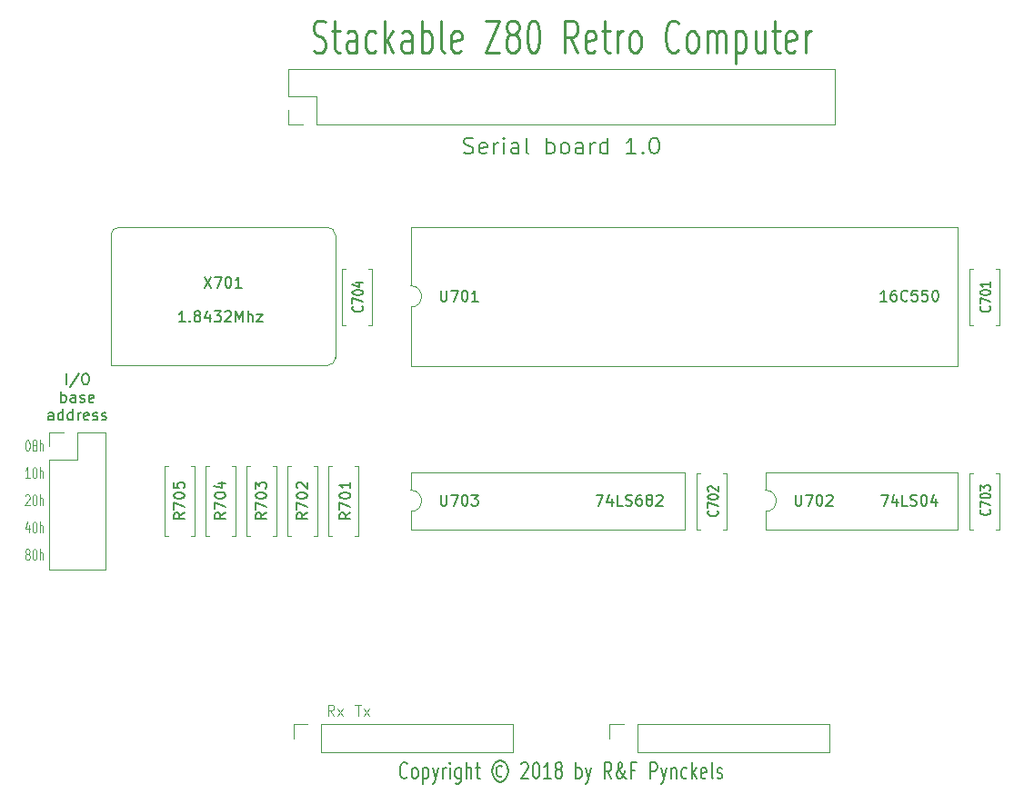
<source format=gto>
%TF.GenerationSoftware,KiCad,Pcbnew,(5.0.0)*%
%TF.CreationDate,2018-10-23T17:27:05+02:00*%
%TF.ProjectId,S80 Serial,5338302053657269616C2E6B69636164,1.0*%
%TF.SameCoordinates,Original*%
%TF.FileFunction,Legend,Top*%
%TF.FilePolarity,Positive*%
%FSLAX46Y46*%
G04 Gerber Fmt 4.6, Leading zero omitted, Abs format (unit mm)*
G04 Created by KiCad (PCBNEW (5.0.0)) date 10/23/18 17:27:05*
%MOMM*%
%LPD*%
G01*
G04 APERTURE LIST*
%ADD10C,0.150000*%
%ADD11C,0.100000*%
%ADD12C,0.250000*%
%ADD13C,0.120000*%
G04 APERTURE END LIST*
D10*
X140788571Y-80617142D02*
X141002857Y-80688571D01*
X141360000Y-80688571D01*
X141502857Y-80617142D01*
X141574285Y-80545714D01*
X141645714Y-80402857D01*
X141645714Y-80260000D01*
X141574285Y-80117142D01*
X141502857Y-80045714D01*
X141360000Y-79974285D01*
X141074285Y-79902857D01*
X140931428Y-79831428D01*
X140860000Y-79760000D01*
X140788571Y-79617142D01*
X140788571Y-79474285D01*
X140860000Y-79331428D01*
X140931428Y-79260000D01*
X141074285Y-79188571D01*
X141431428Y-79188571D01*
X141645714Y-79260000D01*
X142860000Y-80617142D02*
X142717142Y-80688571D01*
X142431428Y-80688571D01*
X142288571Y-80617142D01*
X142217142Y-80474285D01*
X142217142Y-79902857D01*
X142288571Y-79760000D01*
X142431428Y-79688571D01*
X142717142Y-79688571D01*
X142860000Y-79760000D01*
X142931428Y-79902857D01*
X142931428Y-80045714D01*
X142217142Y-80188571D01*
X143574285Y-80688571D02*
X143574285Y-79688571D01*
X143574285Y-79974285D02*
X143645714Y-79831428D01*
X143717142Y-79760000D01*
X143860000Y-79688571D01*
X144002857Y-79688571D01*
X144502857Y-80688571D02*
X144502857Y-79688571D01*
X144502857Y-79188571D02*
X144431428Y-79260000D01*
X144502857Y-79331428D01*
X144574285Y-79260000D01*
X144502857Y-79188571D01*
X144502857Y-79331428D01*
X145860000Y-80688571D02*
X145860000Y-79902857D01*
X145788571Y-79760000D01*
X145645714Y-79688571D01*
X145360000Y-79688571D01*
X145217142Y-79760000D01*
X145860000Y-80617142D02*
X145717142Y-80688571D01*
X145360000Y-80688571D01*
X145217142Y-80617142D01*
X145145714Y-80474285D01*
X145145714Y-80331428D01*
X145217142Y-80188571D01*
X145360000Y-80117142D01*
X145717142Y-80117142D01*
X145860000Y-80045714D01*
X146788571Y-80688571D02*
X146645714Y-80617142D01*
X146574285Y-80474285D01*
X146574285Y-79188571D01*
X148502857Y-80688571D02*
X148502857Y-79188571D01*
X148502857Y-79760000D02*
X148645714Y-79688571D01*
X148931428Y-79688571D01*
X149074285Y-79760000D01*
X149145714Y-79831428D01*
X149217142Y-79974285D01*
X149217142Y-80402857D01*
X149145714Y-80545714D01*
X149074285Y-80617142D01*
X148931428Y-80688571D01*
X148645714Y-80688571D01*
X148502857Y-80617142D01*
X150074285Y-80688571D02*
X149931428Y-80617142D01*
X149860000Y-80545714D01*
X149788571Y-80402857D01*
X149788571Y-79974285D01*
X149860000Y-79831428D01*
X149931428Y-79760000D01*
X150074285Y-79688571D01*
X150288571Y-79688571D01*
X150431428Y-79760000D01*
X150502857Y-79831428D01*
X150574285Y-79974285D01*
X150574285Y-80402857D01*
X150502857Y-80545714D01*
X150431428Y-80617142D01*
X150288571Y-80688571D01*
X150074285Y-80688571D01*
X151860000Y-80688571D02*
X151860000Y-79902857D01*
X151788571Y-79760000D01*
X151645714Y-79688571D01*
X151360000Y-79688571D01*
X151217142Y-79760000D01*
X151860000Y-80617142D02*
X151717142Y-80688571D01*
X151360000Y-80688571D01*
X151217142Y-80617142D01*
X151145714Y-80474285D01*
X151145714Y-80331428D01*
X151217142Y-80188571D01*
X151360000Y-80117142D01*
X151717142Y-80117142D01*
X151860000Y-80045714D01*
X152574285Y-80688571D02*
X152574285Y-79688571D01*
X152574285Y-79974285D02*
X152645714Y-79831428D01*
X152717142Y-79760000D01*
X152860000Y-79688571D01*
X153002857Y-79688571D01*
X154145714Y-80688571D02*
X154145714Y-79188571D01*
X154145714Y-80617142D02*
X154002857Y-80688571D01*
X153717142Y-80688571D01*
X153574285Y-80617142D01*
X153502857Y-80545714D01*
X153431428Y-80402857D01*
X153431428Y-79974285D01*
X153502857Y-79831428D01*
X153574285Y-79760000D01*
X153717142Y-79688571D01*
X154002857Y-79688571D01*
X154145714Y-79760000D01*
X156788571Y-80688571D02*
X155931428Y-80688571D01*
X156360000Y-80688571D02*
X156360000Y-79188571D01*
X156217142Y-79402857D01*
X156074285Y-79545714D01*
X155931428Y-79617142D01*
X157431428Y-80545714D02*
X157502857Y-80617142D01*
X157431428Y-80688571D01*
X157360000Y-80617142D01*
X157431428Y-80545714D01*
X157431428Y-80688571D01*
X158431428Y-79188571D02*
X158574285Y-79188571D01*
X158717142Y-79260000D01*
X158788571Y-79331428D01*
X158860000Y-79474285D01*
X158931428Y-79760000D01*
X158931428Y-80117142D01*
X158860000Y-80402857D01*
X158788571Y-80545714D01*
X158717142Y-80617142D01*
X158574285Y-80688571D01*
X158431428Y-80688571D01*
X158288571Y-80617142D01*
X158217142Y-80545714D01*
X158145714Y-80402857D01*
X158074285Y-80117142D01*
X158074285Y-79760000D01*
X158145714Y-79474285D01*
X158217142Y-79331428D01*
X158288571Y-79260000D01*
X158431428Y-79188571D01*
X103732380Y-102182380D02*
X103732380Y-101182380D01*
X104922857Y-101134761D02*
X104065714Y-102420476D01*
X105446666Y-101182380D02*
X105637142Y-101182380D01*
X105732380Y-101230000D01*
X105827619Y-101325238D01*
X105875238Y-101515714D01*
X105875238Y-101849047D01*
X105827619Y-102039523D01*
X105732380Y-102134761D01*
X105637142Y-102182380D01*
X105446666Y-102182380D01*
X105351428Y-102134761D01*
X105256190Y-102039523D01*
X105208571Y-101849047D01*
X105208571Y-101515714D01*
X105256190Y-101325238D01*
X105351428Y-101230000D01*
X105446666Y-101182380D01*
X103280000Y-103832380D02*
X103280000Y-102832380D01*
X103280000Y-103213333D02*
X103375238Y-103165714D01*
X103565714Y-103165714D01*
X103660952Y-103213333D01*
X103708571Y-103260952D01*
X103756190Y-103356190D01*
X103756190Y-103641904D01*
X103708571Y-103737142D01*
X103660952Y-103784761D01*
X103565714Y-103832380D01*
X103375238Y-103832380D01*
X103280000Y-103784761D01*
X104613333Y-103832380D02*
X104613333Y-103308571D01*
X104565714Y-103213333D01*
X104470476Y-103165714D01*
X104280000Y-103165714D01*
X104184761Y-103213333D01*
X104613333Y-103784761D02*
X104518095Y-103832380D01*
X104280000Y-103832380D01*
X104184761Y-103784761D01*
X104137142Y-103689523D01*
X104137142Y-103594285D01*
X104184761Y-103499047D01*
X104280000Y-103451428D01*
X104518095Y-103451428D01*
X104613333Y-103403809D01*
X105041904Y-103784761D02*
X105137142Y-103832380D01*
X105327619Y-103832380D01*
X105422857Y-103784761D01*
X105470476Y-103689523D01*
X105470476Y-103641904D01*
X105422857Y-103546666D01*
X105327619Y-103499047D01*
X105184761Y-103499047D01*
X105089523Y-103451428D01*
X105041904Y-103356190D01*
X105041904Y-103308571D01*
X105089523Y-103213333D01*
X105184761Y-103165714D01*
X105327619Y-103165714D01*
X105422857Y-103213333D01*
X106280000Y-103784761D02*
X106184761Y-103832380D01*
X105994285Y-103832380D01*
X105899047Y-103784761D01*
X105851428Y-103689523D01*
X105851428Y-103308571D01*
X105899047Y-103213333D01*
X105994285Y-103165714D01*
X106184761Y-103165714D01*
X106280000Y-103213333D01*
X106327619Y-103308571D01*
X106327619Y-103403809D01*
X105851428Y-103499047D01*
X102541904Y-105482380D02*
X102541904Y-104958571D01*
X102494285Y-104863333D01*
X102399047Y-104815714D01*
X102208571Y-104815714D01*
X102113333Y-104863333D01*
X102541904Y-105434761D02*
X102446666Y-105482380D01*
X102208571Y-105482380D01*
X102113333Y-105434761D01*
X102065714Y-105339523D01*
X102065714Y-105244285D01*
X102113333Y-105149047D01*
X102208571Y-105101428D01*
X102446666Y-105101428D01*
X102541904Y-105053809D01*
X103446666Y-105482380D02*
X103446666Y-104482380D01*
X103446666Y-105434761D02*
X103351428Y-105482380D01*
X103160952Y-105482380D01*
X103065714Y-105434761D01*
X103018095Y-105387142D01*
X102970476Y-105291904D01*
X102970476Y-105006190D01*
X103018095Y-104910952D01*
X103065714Y-104863333D01*
X103160952Y-104815714D01*
X103351428Y-104815714D01*
X103446666Y-104863333D01*
X104351428Y-105482380D02*
X104351428Y-104482380D01*
X104351428Y-105434761D02*
X104256190Y-105482380D01*
X104065714Y-105482380D01*
X103970476Y-105434761D01*
X103922857Y-105387142D01*
X103875238Y-105291904D01*
X103875238Y-105006190D01*
X103922857Y-104910952D01*
X103970476Y-104863333D01*
X104065714Y-104815714D01*
X104256190Y-104815714D01*
X104351428Y-104863333D01*
X104827619Y-105482380D02*
X104827619Y-104815714D01*
X104827619Y-105006190D02*
X104875238Y-104910952D01*
X104922857Y-104863333D01*
X105018095Y-104815714D01*
X105113333Y-104815714D01*
X105827619Y-105434761D02*
X105732380Y-105482380D01*
X105541904Y-105482380D01*
X105446666Y-105434761D01*
X105399047Y-105339523D01*
X105399047Y-104958571D01*
X105446666Y-104863333D01*
X105541904Y-104815714D01*
X105732380Y-104815714D01*
X105827619Y-104863333D01*
X105875238Y-104958571D01*
X105875238Y-105053809D01*
X105399047Y-105149047D01*
X106256190Y-105434761D02*
X106351428Y-105482380D01*
X106541904Y-105482380D01*
X106637142Y-105434761D01*
X106684761Y-105339523D01*
X106684761Y-105291904D01*
X106637142Y-105196666D01*
X106541904Y-105149047D01*
X106399047Y-105149047D01*
X106303809Y-105101428D01*
X106256190Y-105006190D01*
X106256190Y-104958571D01*
X106303809Y-104863333D01*
X106399047Y-104815714D01*
X106541904Y-104815714D01*
X106637142Y-104863333D01*
X107065714Y-105434761D02*
X107160952Y-105482380D01*
X107351428Y-105482380D01*
X107446666Y-105434761D01*
X107494285Y-105339523D01*
X107494285Y-105291904D01*
X107446666Y-105196666D01*
X107351428Y-105149047D01*
X107208571Y-105149047D01*
X107113333Y-105101428D01*
X107065714Y-105006190D01*
X107065714Y-104958571D01*
X107113333Y-104863333D01*
X107208571Y-104815714D01*
X107351428Y-104815714D01*
X107446666Y-104863333D01*
D11*
X100073333Y-117960952D02*
X100006666Y-117913333D01*
X99973333Y-117865714D01*
X99940000Y-117770476D01*
X99940000Y-117722857D01*
X99973333Y-117627619D01*
X100006666Y-117580000D01*
X100073333Y-117532380D01*
X100206666Y-117532380D01*
X100273333Y-117580000D01*
X100306666Y-117627619D01*
X100340000Y-117722857D01*
X100340000Y-117770476D01*
X100306666Y-117865714D01*
X100273333Y-117913333D01*
X100206666Y-117960952D01*
X100073333Y-117960952D01*
X100006666Y-118008571D01*
X99973333Y-118056190D01*
X99940000Y-118151428D01*
X99940000Y-118341904D01*
X99973333Y-118437142D01*
X100006666Y-118484761D01*
X100073333Y-118532380D01*
X100206666Y-118532380D01*
X100273333Y-118484761D01*
X100306666Y-118437142D01*
X100340000Y-118341904D01*
X100340000Y-118151428D01*
X100306666Y-118056190D01*
X100273333Y-118008571D01*
X100206666Y-117960952D01*
X100773333Y-117532380D02*
X100840000Y-117532380D01*
X100906666Y-117580000D01*
X100940000Y-117627619D01*
X100973333Y-117722857D01*
X101006666Y-117913333D01*
X101006666Y-118151428D01*
X100973333Y-118341904D01*
X100940000Y-118437142D01*
X100906666Y-118484761D01*
X100840000Y-118532380D01*
X100773333Y-118532380D01*
X100706666Y-118484761D01*
X100673333Y-118437142D01*
X100640000Y-118341904D01*
X100606666Y-118151428D01*
X100606666Y-117913333D01*
X100640000Y-117722857D01*
X100673333Y-117627619D01*
X100706666Y-117580000D01*
X100773333Y-117532380D01*
X101306666Y-118532380D02*
X101306666Y-117532380D01*
X101606666Y-118532380D02*
X101606666Y-118008571D01*
X101573333Y-117913333D01*
X101506666Y-117865714D01*
X101406666Y-117865714D01*
X101340000Y-117913333D01*
X101306666Y-117960952D01*
X100273333Y-115325714D02*
X100273333Y-115992380D01*
X100106666Y-114944761D02*
X99940000Y-115659047D01*
X100373333Y-115659047D01*
X100773333Y-114992380D02*
X100840000Y-114992380D01*
X100906666Y-115040000D01*
X100940000Y-115087619D01*
X100973333Y-115182857D01*
X101006666Y-115373333D01*
X101006666Y-115611428D01*
X100973333Y-115801904D01*
X100940000Y-115897142D01*
X100906666Y-115944761D01*
X100840000Y-115992380D01*
X100773333Y-115992380D01*
X100706666Y-115944761D01*
X100673333Y-115897142D01*
X100640000Y-115801904D01*
X100606666Y-115611428D01*
X100606666Y-115373333D01*
X100640000Y-115182857D01*
X100673333Y-115087619D01*
X100706666Y-115040000D01*
X100773333Y-114992380D01*
X101306666Y-115992380D02*
X101306666Y-114992380D01*
X101606666Y-115992380D02*
X101606666Y-115468571D01*
X101573333Y-115373333D01*
X101506666Y-115325714D01*
X101406666Y-115325714D01*
X101340000Y-115373333D01*
X101306666Y-115420952D01*
X99940000Y-112547619D02*
X99973333Y-112500000D01*
X100040000Y-112452380D01*
X100206666Y-112452380D01*
X100273333Y-112500000D01*
X100306666Y-112547619D01*
X100340000Y-112642857D01*
X100340000Y-112738095D01*
X100306666Y-112880952D01*
X99906666Y-113452380D01*
X100340000Y-113452380D01*
X100773333Y-112452380D02*
X100840000Y-112452380D01*
X100906666Y-112500000D01*
X100940000Y-112547619D01*
X100973333Y-112642857D01*
X101006666Y-112833333D01*
X101006666Y-113071428D01*
X100973333Y-113261904D01*
X100940000Y-113357142D01*
X100906666Y-113404761D01*
X100840000Y-113452380D01*
X100773333Y-113452380D01*
X100706666Y-113404761D01*
X100673333Y-113357142D01*
X100640000Y-113261904D01*
X100606666Y-113071428D01*
X100606666Y-112833333D01*
X100640000Y-112642857D01*
X100673333Y-112547619D01*
X100706666Y-112500000D01*
X100773333Y-112452380D01*
X101306666Y-113452380D02*
X101306666Y-112452380D01*
X101606666Y-113452380D02*
X101606666Y-112928571D01*
X101573333Y-112833333D01*
X101506666Y-112785714D01*
X101406666Y-112785714D01*
X101340000Y-112833333D01*
X101306666Y-112880952D01*
X100340000Y-110912380D02*
X99940000Y-110912380D01*
X100140000Y-110912380D02*
X100140000Y-109912380D01*
X100073333Y-110055238D01*
X100006666Y-110150476D01*
X99940000Y-110198095D01*
X100773333Y-109912380D02*
X100840000Y-109912380D01*
X100906666Y-109960000D01*
X100940000Y-110007619D01*
X100973333Y-110102857D01*
X101006666Y-110293333D01*
X101006666Y-110531428D01*
X100973333Y-110721904D01*
X100940000Y-110817142D01*
X100906666Y-110864761D01*
X100840000Y-110912380D01*
X100773333Y-110912380D01*
X100706666Y-110864761D01*
X100673333Y-110817142D01*
X100640000Y-110721904D01*
X100606666Y-110531428D01*
X100606666Y-110293333D01*
X100640000Y-110102857D01*
X100673333Y-110007619D01*
X100706666Y-109960000D01*
X100773333Y-109912380D01*
X101306666Y-110912380D02*
X101306666Y-109912380D01*
X101606666Y-110912380D02*
X101606666Y-110388571D01*
X101573333Y-110293333D01*
X101506666Y-110245714D01*
X101406666Y-110245714D01*
X101340000Y-110293333D01*
X101306666Y-110340952D01*
X100106666Y-107372380D02*
X100173333Y-107372380D01*
X100240000Y-107420000D01*
X100273333Y-107467619D01*
X100306666Y-107562857D01*
X100340000Y-107753333D01*
X100340000Y-107991428D01*
X100306666Y-108181904D01*
X100273333Y-108277142D01*
X100240000Y-108324761D01*
X100173333Y-108372380D01*
X100106666Y-108372380D01*
X100040000Y-108324761D01*
X100006666Y-108277142D01*
X99973333Y-108181904D01*
X99940000Y-107991428D01*
X99940000Y-107753333D01*
X99973333Y-107562857D01*
X100006666Y-107467619D01*
X100040000Y-107420000D01*
X100106666Y-107372380D01*
X100740000Y-107800952D02*
X100673333Y-107753333D01*
X100640000Y-107705714D01*
X100606666Y-107610476D01*
X100606666Y-107562857D01*
X100640000Y-107467619D01*
X100673333Y-107420000D01*
X100740000Y-107372380D01*
X100873333Y-107372380D01*
X100940000Y-107420000D01*
X100973333Y-107467619D01*
X101006666Y-107562857D01*
X101006666Y-107610476D01*
X100973333Y-107705714D01*
X100940000Y-107753333D01*
X100873333Y-107800952D01*
X100740000Y-107800952D01*
X100673333Y-107848571D01*
X100640000Y-107896190D01*
X100606666Y-107991428D01*
X100606666Y-108181904D01*
X100640000Y-108277142D01*
X100673333Y-108324761D01*
X100740000Y-108372380D01*
X100873333Y-108372380D01*
X100940000Y-108324761D01*
X100973333Y-108277142D01*
X101006666Y-108181904D01*
X101006666Y-107991428D01*
X100973333Y-107896190D01*
X100940000Y-107848571D01*
X100873333Y-107800952D01*
X101306666Y-108372380D02*
X101306666Y-107372380D01*
X101606666Y-108372380D02*
X101606666Y-107848571D01*
X101573333Y-107753333D01*
X101506666Y-107705714D01*
X101406666Y-107705714D01*
X101340000Y-107753333D01*
X101306666Y-107800952D01*
X130627523Y-132040380D02*
X131198952Y-132040380D01*
X130913238Y-133040380D02*
X130913238Y-132040380D01*
X131437047Y-133040380D02*
X131960857Y-132373714D01*
X131437047Y-132373714D02*
X131960857Y-133040380D01*
X128682761Y-133040380D02*
X128349428Y-132564190D01*
X128111333Y-133040380D02*
X128111333Y-132040380D01*
X128492285Y-132040380D01*
X128587523Y-132088000D01*
X128635142Y-132135619D01*
X128682761Y-132230857D01*
X128682761Y-132373714D01*
X128635142Y-132468952D01*
X128587523Y-132516571D01*
X128492285Y-132564190D01*
X128111333Y-132564190D01*
X129016095Y-133040380D02*
X129539904Y-132373714D01*
X129016095Y-132373714D02*
X129539904Y-133040380D01*
D10*
X135503329Y-138782834D02*
X135450948Y-138854262D01*
X135293805Y-138925691D01*
X135189043Y-138925691D01*
X135031900Y-138854262D01*
X134927139Y-138711405D01*
X134874758Y-138568548D01*
X134822377Y-138282834D01*
X134822377Y-138068548D01*
X134874758Y-137782834D01*
X134927139Y-137639977D01*
X135031900Y-137497120D01*
X135189043Y-137425691D01*
X135293805Y-137425691D01*
X135450948Y-137497120D01*
X135503329Y-137568548D01*
X136131900Y-138925691D02*
X136027139Y-138854262D01*
X135974758Y-138782834D01*
X135922377Y-138639977D01*
X135922377Y-138211405D01*
X135974758Y-138068548D01*
X136027139Y-137997120D01*
X136131900Y-137925691D01*
X136289043Y-137925691D01*
X136393805Y-137997120D01*
X136446186Y-138068548D01*
X136498567Y-138211405D01*
X136498567Y-138639977D01*
X136446186Y-138782834D01*
X136393805Y-138854262D01*
X136289043Y-138925691D01*
X136131900Y-138925691D01*
X136969996Y-137925691D02*
X136969996Y-139425691D01*
X136969996Y-137997120D02*
X137074758Y-137925691D01*
X137284281Y-137925691D01*
X137389043Y-137997120D01*
X137441424Y-138068548D01*
X137493805Y-138211405D01*
X137493805Y-138639977D01*
X137441424Y-138782834D01*
X137389043Y-138854262D01*
X137284281Y-138925691D01*
X137074758Y-138925691D01*
X136969996Y-138854262D01*
X137860472Y-137925691D02*
X138122377Y-138925691D01*
X138384281Y-137925691D02*
X138122377Y-138925691D01*
X138017615Y-139282834D01*
X137965234Y-139354262D01*
X137860472Y-139425691D01*
X138803329Y-138925691D02*
X138803329Y-137925691D01*
X138803329Y-138211405D02*
X138855710Y-138068548D01*
X138908091Y-137997120D01*
X139012853Y-137925691D01*
X139117615Y-137925691D01*
X139484281Y-138925691D02*
X139484281Y-137925691D01*
X139484281Y-137425691D02*
X139431900Y-137497120D01*
X139484281Y-137568548D01*
X139536662Y-137497120D01*
X139484281Y-137425691D01*
X139484281Y-137568548D01*
X140479520Y-137925691D02*
X140479520Y-139139977D01*
X140427139Y-139282834D01*
X140374758Y-139354262D01*
X140269996Y-139425691D01*
X140112853Y-139425691D01*
X140008091Y-139354262D01*
X140479520Y-138854262D02*
X140374758Y-138925691D01*
X140165234Y-138925691D01*
X140060472Y-138854262D01*
X140008091Y-138782834D01*
X139955710Y-138639977D01*
X139955710Y-138211405D01*
X140008091Y-138068548D01*
X140060472Y-137997120D01*
X140165234Y-137925691D01*
X140374758Y-137925691D01*
X140479520Y-137997120D01*
X141003329Y-138925691D02*
X141003329Y-137425691D01*
X141474758Y-138925691D02*
X141474758Y-138139977D01*
X141422377Y-137997120D01*
X141317615Y-137925691D01*
X141160472Y-137925691D01*
X141055710Y-137997120D01*
X141003329Y-138068548D01*
X141841424Y-137925691D02*
X142260472Y-137925691D01*
X141998567Y-137425691D02*
X141998567Y-138711405D01*
X142050948Y-138854262D01*
X142155710Y-138925691D01*
X142260472Y-138925691D01*
X144355710Y-137782834D02*
X144250948Y-137711405D01*
X144041424Y-137711405D01*
X143936662Y-137782834D01*
X143831900Y-137925691D01*
X143779520Y-138068548D01*
X143779520Y-138354262D01*
X143831900Y-138497120D01*
X143936662Y-138639977D01*
X144041424Y-138711405D01*
X144250948Y-138711405D01*
X144355710Y-138639977D01*
X144146186Y-137211405D02*
X143884281Y-137282834D01*
X143622377Y-137497120D01*
X143465234Y-137854262D01*
X143412853Y-138211405D01*
X143465234Y-138568548D01*
X143622377Y-138925691D01*
X143884281Y-139139977D01*
X144146186Y-139211405D01*
X144408091Y-139139977D01*
X144669996Y-138925691D01*
X144827139Y-138568548D01*
X144879520Y-138211405D01*
X144827139Y-137854262D01*
X144669996Y-137497120D01*
X144408091Y-137282834D01*
X144146186Y-137211405D01*
X146136662Y-137568548D02*
X146189043Y-137497120D01*
X146293805Y-137425691D01*
X146555710Y-137425691D01*
X146660472Y-137497120D01*
X146712853Y-137568548D01*
X146765234Y-137711405D01*
X146765234Y-137854262D01*
X146712853Y-138068548D01*
X146084281Y-138925691D01*
X146765234Y-138925691D01*
X147446186Y-137425691D02*
X147550948Y-137425691D01*
X147655710Y-137497120D01*
X147708091Y-137568548D01*
X147760472Y-137711405D01*
X147812853Y-137997120D01*
X147812853Y-138354262D01*
X147760472Y-138639977D01*
X147708091Y-138782834D01*
X147655710Y-138854262D01*
X147550948Y-138925691D01*
X147446186Y-138925691D01*
X147341424Y-138854262D01*
X147289043Y-138782834D01*
X147236662Y-138639977D01*
X147184281Y-138354262D01*
X147184281Y-137997120D01*
X147236662Y-137711405D01*
X147289043Y-137568548D01*
X147341424Y-137497120D01*
X147446186Y-137425691D01*
X148860472Y-138925691D02*
X148231900Y-138925691D01*
X148546186Y-138925691D02*
X148546186Y-137425691D01*
X148441424Y-137639977D01*
X148336662Y-137782834D01*
X148231900Y-137854262D01*
X149489043Y-138068548D02*
X149384281Y-137997120D01*
X149331900Y-137925691D01*
X149279520Y-137782834D01*
X149279520Y-137711405D01*
X149331900Y-137568548D01*
X149384281Y-137497120D01*
X149489043Y-137425691D01*
X149698567Y-137425691D01*
X149803329Y-137497120D01*
X149855710Y-137568548D01*
X149908091Y-137711405D01*
X149908091Y-137782834D01*
X149855710Y-137925691D01*
X149803329Y-137997120D01*
X149698567Y-138068548D01*
X149489043Y-138068548D01*
X149384281Y-138139977D01*
X149331900Y-138211405D01*
X149279520Y-138354262D01*
X149279520Y-138639977D01*
X149331900Y-138782834D01*
X149384281Y-138854262D01*
X149489043Y-138925691D01*
X149698567Y-138925691D01*
X149803329Y-138854262D01*
X149855710Y-138782834D01*
X149908091Y-138639977D01*
X149908091Y-138354262D01*
X149855710Y-138211405D01*
X149803329Y-138139977D01*
X149698567Y-138068548D01*
X151217615Y-138925691D02*
X151217615Y-137425691D01*
X151217615Y-137997120D02*
X151322377Y-137925691D01*
X151531900Y-137925691D01*
X151636662Y-137997120D01*
X151689043Y-138068548D01*
X151741424Y-138211405D01*
X151741424Y-138639977D01*
X151689043Y-138782834D01*
X151636662Y-138854262D01*
X151531900Y-138925691D01*
X151322377Y-138925691D01*
X151217615Y-138854262D01*
X152108091Y-137925691D02*
X152369996Y-138925691D01*
X152631900Y-137925691D02*
X152369996Y-138925691D01*
X152265234Y-139282834D01*
X152212853Y-139354262D01*
X152108091Y-139425691D01*
X154517615Y-138925691D02*
X154150948Y-138211405D01*
X153889043Y-138925691D02*
X153889043Y-137425691D01*
X154308091Y-137425691D01*
X154412853Y-137497120D01*
X154465234Y-137568548D01*
X154517615Y-137711405D01*
X154517615Y-137925691D01*
X154465234Y-138068548D01*
X154412853Y-138139977D01*
X154308091Y-138211405D01*
X153889043Y-138211405D01*
X155879520Y-138925691D02*
X155827139Y-138925691D01*
X155722377Y-138854262D01*
X155565234Y-138639977D01*
X155303329Y-138211405D01*
X155198567Y-137997120D01*
X155146186Y-137782834D01*
X155146186Y-137639977D01*
X155198567Y-137497120D01*
X155303329Y-137425691D01*
X155355710Y-137425691D01*
X155460472Y-137497120D01*
X155512853Y-137639977D01*
X155512853Y-137711405D01*
X155460472Y-137854262D01*
X155408091Y-137925691D01*
X155093805Y-138211405D01*
X155041424Y-138282834D01*
X154989043Y-138425691D01*
X154989043Y-138639977D01*
X155041424Y-138782834D01*
X155093805Y-138854262D01*
X155198567Y-138925691D01*
X155355710Y-138925691D01*
X155460472Y-138854262D01*
X155512853Y-138782834D01*
X155669996Y-138497120D01*
X155722377Y-138282834D01*
X155722377Y-138139977D01*
X156717615Y-138139977D02*
X156350948Y-138139977D01*
X156350948Y-138925691D02*
X156350948Y-137425691D01*
X156874758Y-137425691D01*
X158131900Y-138925691D02*
X158131900Y-137425691D01*
X158550948Y-137425691D01*
X158655710Y-137497120D01*
X158708091Y-137568548D01*
X158760472Y-137711405D01*
X158760472Y-137925691D01*
X158708091Y-138068548D01*
X158655710Y-138139977D01*
X158550948Y-138211405D01*
X158131900Y-138211405D01*
X159127139Y-137925691D02*
X159389043Y-138925691D01*
X159650948Y-137925691D02*
X159389043Y-138925691D01*
X159284281Y-139282834D01*
X159231900Y-139354262D01*
X159127139Y-139425691D01*
X160069996Y-137925691D02*
X160069996Y-138925691D01*
X160069996Y-138068548D02*
X160122377Y-137997120D01*
X160227139Y-137925691D01*
X160384281Y-137925691D01*
X160489043Y-137997120D01*
X160541424Y-138139977D01*
X160541424Y-138925691D01*
X161536662Y-138854262D02*
X161431900Y-138925691D01*
X161222377Y-138925691D01*
X161117615Y-138854262D01*
X161065234Y-138782834D01*
X161012853Y-138639977D01*
X161012853Y-138211405D01*
X161065234Y-138068548D01*
X161117615Y-137997120D01*
X161222377Y-137925691D01*
X161431900Y-137925691D01*
X161536662Y-137997120D01*
X162008091Y-138925691D02*
X162008091Y-137425691D01*
X162112853Y-138354262D02*
X162427139Y-138925691D01*
X162427139Y-137925691D02*
X162008091Y-138497120D01*
X163317615Y-138854262D02*
X163212853Y-138925691D01*
X163003329Y-138925691D01*
X162898567Y-138854262D01*
X162846186Y-138711405D01*
X162846186Y-138139977D01*
X162898567Y-137997120D01*
X163003329Y-137925691D01*
X163212853Y-137925691D01*
X163317615Y-137997120D01*
X163369996Y-138139977D01*
X163369996Y-138282834D01*
X162846186Y-138425691D01*
X163998567Y-138925691D02*
X163893805Y-138854262D01*
X163841424Y-138711405D01*
X163841424Y-137425691D01*
X164365234Y-138854262D02*
X164469996Y-138925691D01*
X164679520Y-138925691D01*
X164784281Y-138854262D01*
X164836662Y-138711405D01*
X164836662Y-138639977D01*
X164784281Y-138497120D01*
X164679520Y-138425691D01*
X164522377Y-138425691D01*
X164417615Y-138354262D01*
X164365234Y-138211405D01*
X164365234Y-138139977D01*
X164417615Y-137997120D01*
X164522377Y-137925691D01*
X164679520Y-137925691D01*
X164784281Y-137997120D01*
D12*
X126764761Y-71124485D02*
X127050476Y-71267342D01*
X127526666Y-71267342D01*
X127717142Y-71124485D01*
X127812380Y-70981628D01*
X127907619Y-70695914D01*
X127907619Y-70410200D01*
X127812380Y-70124485D01*
X127717142Y-69981628D01*
X127526666Y-69838771D01*
X127145714Y-69695914D01*
X126955238Y-69553057D01*
X126860000Y-69410200D01*
X126764761Y-69124485D01*
X126764761Y-68838771D01*
X126860000Y-68553057D01*
X126955238Y-68410200D01*
X127145714Y-68267342D01*
X127621904Y-68267342D01*
X127907619Y-68410200D01*
X128479047Y-69267342D02*
X129240952Y-69267342D01*
X128764761Y-68267342D02*
X128764761Y-70838771D01*
X128860000Y-71124485D01*
X129050476Y-71267342D01*
X129240952Y-71267342D01*
X130764761Y-71267342D02*
X130764761Y-69695914D01*
X130669523Y-69410200D01*
X130479047Y-69267342D01*
X130098095Y-69267342D01*
X129907619Y-69410200D01*
X130764761Y-71124485D02*
X130574285Y-71267342D01*
X130098095Y-71267342D01*
X129907619Y-71124485D01*
X129812380Y-70838771D01*
X129812380Y-70553057D01*
X129907619Y-70267342D01*
X130098095Y-70124485D01*
X130574285Y-70124485D01*
X130764761Y-69981628D01*
X132574285Y-71124485D02*
X132383809Y-71267342D01*
X132002857Y-71267342D01*
X131812380Y-71124485D01*
X131717142Y-70981628D01*
X131621904Y-70695914D01*
X131621904Y-69838771D01*
X131717142Y-69553057D01*
X131812380Y-69410200D01*
X132002857Y-69267342D01*
X132383809Y-69267342D01*
X132574285Y-69410200D01*
X133431428Y-71267342D02*
X133431428Y-68267342D01*
X133621904Y-70124485D02*
X134193333Y-71267342D01*
X134193333Y-69267342D02*
X133431428Y-70410200D01*
X135907619Y-71267342D02*
X135907619Y-69695914D01*
X135812380Y-69410200D01*
X135621904Y-69267342D01*
X135240952Y-69267342D01*
X135050476Y-69410200D01*
X135907619Y-71124485D02*
X135717142Y-71267342D01*
X135240952Y-71267342D01*
X135050476Y-71124485D01*
X134955238Y-70838771D01*
X134955238Y-70553057D01*
X135050476Y-70267342D01*
X135240952Y-70124485D01*
X135717142Y-70124485D01*
X135907619Y-69981628D01*
X136860000Y-71267342D02*
X136860000Y-68267342D01*
X136860000Y-69410200D02*
X137050476Y-69267342D01*
X137431428Y-69267342D01*
X137621904Y-69410200D01*
X137717142Y-69553057D01*
X137812380Y-69838771D01*
X137812380Y-70695914D01*
X137717142Y-70981628D01*
X137621904Y-71124485D01*
X137431428Y-71267342D01*
X137050476Y-71267342D01*
X136860000Y-71124485D01*
X138955238Y-71267342D02*
X138764761Y-71124485D01*
X138669523Y-70838771D01*
X138669523Y-68267342D01*
X140479047Y-71124485D02*
X140288571Y-71267342D01*
X139907619Y-71267342D01*
X139717142Y-71124485D01*
X139621904Y-70838771D01*
X139621904Y-69695914D01*
X139717142Y-69410200D01*
X139907619Y-69267342D01*
X140288571Y-69267342D01*
X140479047Y-69410200D01*
X140574285Y-69695914D01*
X140574285Y-69981628D01*
X139621904Y-70267342D01*
X142764761Y-68267342D02*
X144098095Y-68267342D01*
X142764761Y-71267342D01*
X144098095Y-71267342D01*
X145145714Y-69553057D02*
X144955238Y-69410200D01*
X144860000Y-69267342D01*
X144764761Y-68981628D01*
X144764761Y-68838771D01*
X144860000Y-68553057D01*
X144955238Y-68410200D01*
X145145714Y-68267342D01*
X145526666Y-68267342D01*
X145717142Y-68410200D01*
X145812380Y-68553057D01*
X145907619Y-68838771D01*
X145907619Y-68981628D01*
X145812380Y-69267342D01*
X145717142Y-69410200D01*
X145526666Y-69553057D01*
X145145714Y-69553057D01*
X144955238Y-69695914D01*
X144860000Y-69838771D01*
X144764761Y-70124485D01*
X144764761Y-70695914D01*
X144860000Y-70981628D01*
X144955238Y-71124485D01*
X145145714Y-71267342D01*
X145526666Y-71267342D01*
X145717142Y-71124485D01*
X145812380Y-70981628D01*
X145907619Y-70695914D01*
X145907619Y-70124485D01*
X145812380Y-69838771D01*
X145717142Y-69695914D01*
X145526666Y-69553057D01*
X147145714Y-68267342D02*
X147336190Y-68267342D01*
X147526666Y-68410200D01*
X147621904Y-68553057D01*
X147717142Y-68838771D01*
X147812380Y-69410200D01*
X147812380Y-70124485D01*
X147717142Y-70695914D01*
X147621904Y-70981628D01*
X147526666Y-71124485D01*
X147336190Y-71267342D01*
X147145714Y-71267342D01*
X146955238Y-71124485D01*
X146860000Y-70981628D01*
X146764761Y-70695914D01*
X146669523Y-70124485D01*
X146669523Y-69410200D01*
X146764761Y-68838771D01*
X146860000Y-68553057D01*
X146955238Y-68410200D01*
X147145714Y-68267342D01*
X151336190Y-71267342D02*
X150669523Y-69838771D01*
X150193333Y-71267342D02*
X150193333Y-68267342D01*
X150955238Y-68267342D01*
X151145714Y-68410200D01*
X151240952Y-68553057D01*
X151336190Y-68838771D01*
X151336190Y-69267342D01*
X151240952Y-69553057D01*
X151145714Y-69695914D01*
X150955238Y-69838771D01*
X150193333Y-69838771D01*
X152955238Y-71124485D02*
X152764761Y-71267342D01*
X152383809Y-71267342D01*
X152193333Y-71124485D01*
X152098095Y-70838771D01*
X152098095Y-69695914D01*
X152193333Y-69410200D01*
X152383809Y-69267342D01*
X152764761Y-69267342D01*
X152955238Y-69410200D01*
X153050476Y-69695914D01*
X153050476Y-69981628D01*
X152098095Y-70267342D01*
X153621904Y-69267342D02*
X154383809Y-69267342D01*
X153907619Y-68267342D02*
X153907619Y-70838771D01*
X154002857Y-71124485D01*
X154193333Y-71267342D01*
X154383809Y-71267342D01*
X155050476Y-71267342D02*
X155050476Y-69267342D01*
X155050476Y-69838771D02*
X155145714Y-69553057D01*
X155240952Y-69410200D01*
X155431428Y-69267342D01*
X155621904Y-69267342D01*
X156574285Y-71267342D02*
X156383809Y-71124485D01*
X156288571Y-70981628D01*
X156193333Y-70695914D01*
X156193333Y-69838771D01*
X156288571Y-69553057D01*
X156383809Y-69410200D01*
X156574285Y-69267342D01*
X156860000Y-69267342D01*
X157050476Y-69410200D01*
X157145714Y-69553057D01*
X157240952Y-69838771D01*
X157240952Y-70695914D01*
X157145714Y-70981628D01*
X157050476Y-71124485D01*
X156860000Y-71267342D01*
X156574285Y-71267342D01*
X160764761Y-70981628D02*
X160669523Y-71124485D01*
X160383809Y-71267342D01*
X160193333Y-71267342D01*
X159907619Y-71124485D01*
X159717142Y-70838771D01*
X159621904Y-70553057D01*
X159526666Y-69981628D01*
X159526666Y-69553057D01*
X159621904Y-68981628D01*
X159717142Y-68695914D01*
X159907619Y-68410200D01*
X160193333Y-68267342D01*
X160383809Y-68267342D01*
X160669523Y-68410200D01*
X160764761Y-68553057D01*
X161907619Y-71267342D02*
X161717142Y-71124485D01*
X161621904Y-70981628D01*
X161526666Y-70695914D01*
X161526666Y-69838771D01*
X161621904Y-69553057D01*
X161717142Y-69410200D01*
X161907619Y-69267342D01*
X162193333Y-69267342D01*
X162383809Y-69410200D01*
X162479047Y-69553057D01*
X162574285Y-69838771D01*
X162574285Y-70695914D01*
X162479047Y-70981628D01*
X162383809Y-71124485D01*
X162193333Y-71267342D01*
X161907619Y-71267342D01*
X163431428Y-71267342D02*
X163431428Y-69267342D01*
X163431428Y-69553057D02*
X163526666Y-69410200D01*
X163717142Y-69267342D01*
X164002857Y-69267342D01*
X164193333Y-69410200D01*
X164288571Y-69695914D01*
X164288571Y-71267342D01*
X164288571Y-69695914D02*
X164383809Y-69410200D01*
X164574285Y-69267342D01*
X164860000Y-69267342D01*
X165050476Y-69410200D01*
X165145714Y-69695914D01*
X165145714Y-71267342D01*
X166098095Y-69267342D02*
X166098095Y-72267342D01*
X166098095Y-69410200D02*
X166288571Y-69267342D01*
X166669523Y-69267342D01*
X166860000Y-69410200D01*
X166955238Y-69553057D01*
X167050476Y-69838771D01*
X167050476Y-70695914D01*
X166955238Y-70981628D01*
X166860000Y-71124485D01*
X166669523Y-71267342D01*
X166288571Y-71267342D01*
X166098095Y-71124485D01*
X168764761Y-69267342D02*
X168764761Y-71267342D01*
X167907619Y-69267342D02*
X167907619Y-70838771D01*
X168002857Y-71124485D01*
X168193333Y-71267342D01*
X168479047Y-71267342D01*
X168669523Y-71124485D01*
X168764761Y-70981628D01*
X169431428Y-69267342D02*
X170193333Y-69267342D01*
X169717142Y-68267342D02*
X169717142Y-70838771D01*
X169812380Y-71124485D01*
X170002857Y-71267342D01*
X170193333Y-71267342D01*
X171621904Y-71124485D02*
X171431428Y-71267342D01*
X171050476Y-71267342D01*
X170859999Y-71124485D01*
X170764761Y-70838771D01*
X170764761Y-69695914D01*
X170859999Y-69410200D01*
X171050476Y-69267342D01*
X171431428Y-69267342D01*
X171621904Y-69410200D01*
X171717142Y-69695914D01*
X171717142Y-69981628D01*
X170764761Y-70267342D01*
X172574285Y-71267342D02*
X172574285Y-69267342D01*
X172574285Y-69838771D02*
X172669523Y-69553057D01*
X172764761Y-69410200D01*
X172955238Y-69267342D01*
X173145714Y-69267342D01*
D13*
X115340000Y-109760000D02*
X115670000Y-109760000D01*
X115670000Y-109760000D02*
X115670000Y-116300000D01*
X115670000Y-116300000D02*
X115340000Y-116300000D01*
X113260000Y-109760000D02*
X112930000Y-109760000D01*
X112930000Y-109760000D02*
X112930000Y-116300000D01*
X112930000Y-116300000D02*
X113260000Y-116300000D01*
X135830000Y-92980000D02*
G75*
G02X135830000Y-94980000I0J-1000000D01*
G01*
X135830000Y-94980000D02*
X135830000Y-100440000D01*
X135830000Y-100440000D02*
X186750000Y-100440000D01*
X186750000Y-100440000D02*
X186750000Y-87520000D01*
X186750000Y-87520000D02*
X135830000Y-87520000D01*
X135830000Y-87520000D02*
X135830000Y-92980000D01*
X124425400Y-72761800D02*
X124425400Y-75361800D01*
X124425400Y-72761800D02*
X175345400Y-72761800D01*
X175345400Y-72761800D02*
X175345400Y-77961800D01*
X127025400Y-77961800D02*
X175345400Y-77961800D01*
X127025400Y-75361800D02*
X127025400Y-77961800D01*
X124425400Y-75361800D02*
X127025400Y-75361800D01*
X124425400Y-77961800D02*
X125755400Y-77961800D01*
X124425400Y-76631800D02*
X124425400Y-77961800D01*
X124908000Y-135153400D02*
X124908000Y-133823400D01*
X124908000Y-133823400D02*
X126238000Y-133823400D01*
X127508000Y-133823400D02*
X145348000Y-133823400D01*
X145348000Y-136483400D02*
X145348000Y-133823400D01*
X127508000Y-136483400D02*
X145348000Y-136483400D01*
X127508000Y-136483400D02*
X127508000Y-133823400D01*
X154346600Y-135153400D02*
X154346600Y-133823400D01*
X154346600Y-133823400D02*
X155676600Y-133823400D01*
X156946600Y-133823400D02*
X174786600Y-133823400D01*
X174786600Y-136483400D02*
X174786600Y-133823400D01*
X156946600Y-136483400D02*
X174786600Y-136483400D01*
X156946600Y-136483400D02*
X156946600Y-133823400D01*
X187860000Y-96640000D02*
X187860000Y-91400000D01*
X190600000Y-96640000D02*
X190600000Y-91400000D01*
X187860000Y-96640000D02*
X188175000Y-96640000D01*
X190285000Y-96640000D02*
X190600000Y-96640000D01*
X187860000Y-91400000D02*
X188175000Y-91400000D01*
X190285000Y-91400000D02*
X190600000Y-91400000D01*
X164885000Y-110450000D02*
X165200000Y-110450000D01*
X162460000Y-110450000D02*
X162775000Y-110450000D01*
X164885000Y-115690000D02*
X165200000Y-115690000D01*
X162460000Y-115690000D02*
X162775000Y-115690000D01*
X165200000Y-115690000D02*
X165200000Y-110450000D01*
X162460000Y-115690000D02*
X162460000Y-110450000D01*
X187860000Y-115690000D02*
X187860000Y-110450000D01*
X190600000Y-115690000D02*
X190600000Y-110450000D01*
X187860000Y-115690000D02*
X188175000Y-115690000D01*
X190285000Y-115690000D02*
X190600000Y-115690000D01*
X187860000Y-110450000D02*
X188175000Y-110450000D01*
X190285000Y-110450000D02*
X190600000Y-110450000D01*
X129440000Y-96640000D02*
X129440000Y-91400000D01*
X132180000Y-96640000D02*
X132180000Y-91400000D01*
X129440000Y-96640000D02*
X129755000Y-96640000D01*
X131865000Y-96640000D02*
X132180000Y-96640000D01*
X129440000Y-91400000D02*
X129755000Y-91400000D01*
X131865000Y-91400000D02*
X132180000Y-91400000D01*
X168850000Y-110380000D02*
X168850000Y-112030000D01*
X186750000Y-110380000D02*
X168850000Y-110380000D01*
X186750000Y-115680000D02*
X186750000Y-110380000D01*
X168850000Y-115680000D02*
X186750000Y-115680000D01*
X168850000Y-114030000D02*
X168850000Y-115680000D01*
X168850000Y-112030000D02*
G75*
G02X168850000Y-114030000I0J-1000000D01*
G01*
X135830000Y-112030000D02*
G75*
G02X135830000Y-114030000I0J-1000000D01*
G01*
X135830000Y-114030000D02*
X135830000Y-115680000D01*
X135830000Y-115680000D02*
X161350000Y-115680000D01*
X161350000Y-115680000D02*
X161350000Y-110380000D01*
X161350000Y-110380000D02*
X135830000Y-110380000D01*
X135830000Y-110380000D02*
X135830000Y-112030000D01*
X107914000Y-88280000D02*
X107914000Y-100430000D01*
X128064000Y-87530000D02*
X108664000Y-87530000D01*
X128814000Y-99680000D02*
X128814000Y-88280000D01*
X107914000Y-100430000D02*
X128064000Y-100430000D01*
X128064000Y-100430000D02*
G75*
G03X128814000Y-99680000I0J750000D01*
G01*
X128814000Y-88280000D02*
G75*
G03X128064000Y-87530000I-750000J0D01*
G01*
X108664000Y-87530000D02*
G75*
G03X107914000Y-88280000I0J-750000D01*
G01*
X128170000Y-116300000D02*
X128500000Y-116300000D01*
X128170000Y-109760000D02*
X128170000Y-116300000D01*
X128500000Y-109760000D02*
X128170000Y-109760000D01*
X130910000Y-116300000D02*
X130580000Y-116300000D01*
X130910000Y-109760000D02*
X130910000Y-116300000D01*
X130580000Y-109760000D02*
X130910000Y-109760000D01*
X126770000Y-109760000D02*
X127100000Y-109760000D01*
X127100000Y-109760000D02*
X127100000Y-116300000D01*
X127100000Y-116300000D02*
X126770000Y-116300000D01*
X124690000Y-109760000D02*
X124360000Y-109760000D01*
X124360000Y-109760000D02*
X124360000Y-116300000D01*
X124360000Y-116300000D02*
X124690000Y-116300000D01*
X122960000Y-109760000D02*
X123290000Y-109760000D01*
X123290000Y-109760000D02*
X123290000Y-116300000D01*
X123290000Y-116300000D02*
X122960000Y-116300000D01*
X120880000Y-109760000D02*
X120550000Y-109760000D01*
X120550000Y-109760000D02*
X120550000Y-116300000D01*
X120550000Y-116300000D02*
X120880000Y-116300000D01*
X116740000Y-116300000D02*
X117070000Y-116300000D01*
X116740000Y-109760000D02*
X116740000Y-116300000D01*
X117070000Y-109760000D02*
X116740000Y-109760000D01*
X119480000Y-116300000D02*
X119150000Y-116300000D01*
X119480000Y-109760000D02*
X119480000Y-116300000D01*
X119150000Y-109760000D02*
X119480000Y-109760000D01*
X102175000Y-119440000D02*
X107375000Y-119440000D01*
X102175000Y-109220000D02*
X102175000Y-119440000D01*
X107375000Y-106620000D02*
X107375000Y-119440000D01*
X102175000Y-109220000D02*
X104775000Y-109220000D01*
X104775000Y-109220000D02*
X104775000Y-106620000D01*
X104775000Y-106620000D02*
X107375000Y-106620000D01*
X102175000Y-107950000D02*
X102175000Y-106620000D01*
X102175000Y-106620000D02*
X103505000Y-106620000D01*
D10*
X114752380Y-114149047D02*
X114276190Y-114482380D01*
X114752380Y-114720476D02*
X113752380Y-114720476D01*
X113752380Y-114339523D01*
X113800000Y-114244285D01*
X113847619Y-114196666D01*
X113942857Y-114149047D01*
X114085714Y-114149047D01*
X114180952Y-114196666D01*
X114228571Y-114244285D01*
X114276190Y-114339523D01*
X114276190Y-114720476D01*
X113752380Y-113815714D02*
X113752380Y-113149047D01*
X114752380Y-113577619D01*
X113752380Y-112577619D02*
X113752380Y-112482380D01*
X113800000Y-112387142D01*
X113847619Y-112339523D01*
X113942857Y-112291904D01*
X114133333Y-112244285D01*
X114371428Y-112244285D01*
X114561904Y-112291904D01*
X114657142Y-112339523D01*
X114704761Y-112387142D01*
X114752380Y-112482380D01*
X114752380Y-112577619D01*
X114704761Y-112672857D01*
X114657142Y-112720476D01*
X114561904Y-112768095D01*
X114371428Y-112815714D01*
X114133333Y-112815714D01*
X113942857Y-112768095D01*
X113847619Y-112720476D01*
X113800000Y-112672857D01*
X113752380Y-112577619D01*
X113752380Y-111339523D02*
X113752380Y-111815714D01*
X114228571Y-111863333D01*
X114180952Y-111815714D01*
X114133333Y-111720476D01*
X114133333Y-111482380D01*
X114180952Y-111387142D01*
X114228571Y-111339523D01*
X114323809Y-111291904D01*
X114561904Y-111291904D01*
X114657142Y-111339523D01*
X114704761Y-111387142D01*
X114752380Y-111482380D01*
X114752380Y-111720476D01*
X114704761Y-111815714D01*
X114657142Y-111863333D01*
X138620714Y-93432380D02*
X138620714Y-94241904D01*
X138668333Y-94337142D01*
X138715952Y-94384761D01*
X138811190Y-94432380D01*
X139001666Y-94432380D01*
X139096904Y-94384761D01*
X139144523Y-94337142D01*
X139192142Y-94241904D01*
X139192142Y-93432380D01*
X139573095Y-93432380D02*
X140239761Y-93432380D01*
X139811190Y-94432380D01*
X140811190Y-93432380D02*
X140906428Y-93432380D01*
X141001666Y-93480000D01*
X141049285Y-93527619D01*
X141096904Y-93622857D01*
X141144523Y-93813333D01*
X141144523Y-94051428D01*
X141096904Y-94241904D01*
X141049285Y-94337142D01*
X141001666Y-94384761D01*
X140906428Y-94432380D01*
X140811190Y-94432380D01*
X140715952Y-94384761D01*
X140668333Y-94337142D01*
X140620714Y-94241904D01*
X140573095Y-94051428D01*
X140573095Y-93813333D01*
X140620714Y-93622857D01*
X140668333Y-93527619D01*
X140715952Y-93480000D01*
X140811190Y-93432380D01*
X142096904Y-94432380D02*
X141525476Y-94432380D01*
X141811190Y-94432380D02*
X141811190Y-93432380D01*
X141715952Y-93575238D01*
X141620714Y-93670476D01*
X141525476Y-93718095D01*
X180125952Y-94432380D02*
X179554523Y-94432380D01*
X179840238Y-94432380D02*
X179840238Y-93432380D01*
X179745000Y-93575238D01*
X179649761Y-93670476D01*
X179554523Y-93718095D01*
X180983095Y-93432380D02*
X180792619Y-93432380D01*
X180697380Y-93480000D01*
X180649761Y-93527619D01*
X180554523Y-93670476D01*
X180506904Y-93860952D01*
X180506904Y-94241904D01*
X180554523Y-94337142D01*
X180602142Y-94384761D01*
X180697380Y-94432380D01*
X180887857Y-94432380D01*
X180983095Y-94384761D01*
X181030714Y-94337142D01*
X181078333Y-94241904D01*
X181078333Y-94003809D01*
X181030714Y-93908571D01*
X180983095Y-93860952D01*
X180887857Y-93813333D01*
X180697380Y-93813333D01*
X180602142Y-93860952D01*
X180554523Y-93908571D01*
X180506904Y-94003809D01*
X182078333Y-94337142D02*
X182030714Y-94384761D01*
X181887857Y-94432380D01*
X181792619Y-94432380D01*
X181649761Y-94384761D01*
X181554523Y-94289523D01*
X181506904Y-94194285D01*
X181459285Y-94003809D01*
X181459285Y-93860952D01*
X181506904Y-93670476D01*
X181554523Y-93575238D01*
X181649761Y-93480000D01*
X181792619Y-93432380D01*
X181887857Y-93432380D01*
X182030714Y-93480000D01*
X182078333Y-93527619D01*
X182983095Y-93432380D02*
X182506904Y-93432380D01*
X182459285Y-93908571D01*
X182506904Y-93860952D01*
X182602142Y-93813333D01*
X182840238Y-93813333D01*
X182935476Y-93860952D01*
X182983095Y-93908571D01*
X183030714Y-94003809D01*
X183030714Y-94241904D01*
X182983095Y-94337142D01*
X182935476Y-94384761D01*
X182840238Y-94432380D01*
X182602142Y-94432380D01*
X182506904Y-94384761D01*
X182459285Y-94337142D01*
X183935476Y-93432380D02*
X183459285Y-93432380D01*
X183411666Y-93908571D01*
X183459285Y-93860952D01*
X183554523Y-93813333D01*
X183792619Y-93813333D01*
X183887857Y-93860952D01*
X183935476Y-93908571D01*
X183983095Y-94003809D01*
X183983095Y-94241904D01*
X183935476Y-94337142D01*
X183887857Y-94384761D01*
X183792619Y-94432380D01*
X183554523Y-94432380D01*
X183459285Y-94384761D01*
X183411666Y-94337142D01*
X184602142Y-93432380D02*
X184697380Y-93432380D01*
X184792619Y-93480000D01*
X184840238Y-93527619D01*
X184887857Y-93622857D01*
X184935476Y-93813333D01*
X184935476Y-94051428D01*
X184887857Y-94241904D01*
X184840238Y-94337142D01*
X184792619Y-94384761D01*
X184697380Y-94432380D01*
X184602142Y-94432380D01*
X184506904Y-94384761D01*
X184459285Y-94337142D01*
X184411666Y-94241904D01*
X184364047Y-94051428D01*
X184364047Y-93813333D01*
X184411666Y-93622857D01*
X184459285Y-93527619D01*
X184506904Y-93480000D01*
X184602142Y-93432380D01*
X189730141Y-94915238D02*
X189777760Y-94953333D01*
X189825379Y-95067619D01*
X189825379Y-95143809D01*
X189777760Y-95258095D01*
X189682522Y-95334285D01*
X189587284Y-95372380D01*
X189396808Y-95410476D01*
X189253951Y-95410476D01*
X189063475Y-95372380D01*
X188968237Y-95334285D01*
X188872999Y-95258095D01*
X188825379Y-95143809D01*
X188825379Y-95067619D01*
X188872999Y-94953333D01*
X188920618Y-94915238D01*
X188825379Y-94648571D02*
X188825379Y-94115238D01*
X189825379Y-94458095D01*
X188825379Y-93658095D02*
X188825379Y-93581904D01*
X188872999Y-93505714D01*
X188920618Y-93467619D01*
X189015856Y-93429523D01*
X189206332Y-93391428D01*
X189444427Y-93391428D01*
X189634903Y-93429523D01*
X189730141Y-93467619D01*
X189777760Y-93505714D01*
X189825379Y-93581904D01*
X189825379Y-93658095D01*
X189777760Y-93734285D01*
X189730141Y-93772380D01*
X189634903Y-93810476D01*
X189444427Y-93848571D01*
X189206332Y-93848571D01*
X189015856Y-93810476D01*
X188920618Y-93772380D01*
X188872999Y-93734285D01*
X188825379Y-93658095D01*
X189825379Y-92629523D02*
X189825379Y-93086666D01*
X189825379Y-92858095D02*
X188825379Y-92858095D01*
X188968237Y-92934285D01*
X189063475Y-93010476D01*
X189111094Y-93086666D01*
X164380141Y-113965238D02*
X164427760Y-114003333D01*
X164475379Y-114117619D01*
X164475379Y-114193809D01*
X164427760Y-114308095D01*
X164332522Y-114384285D01*
X164237284Y-114422380D01*
X164046808Y-114460476D01*
X163903951Y-114460476D01*
X163713475Y-114422380D01*
X163618237Y-114384285D01*
X163522999Y-114308095D01*
X163475379Y-114193809D01*
X163475379Y-114117619D01*
X163522999Y-114003333D01*
X163570618Y-113965238D01*
X163475379Y-113698571D02*
X163475379Y-113165238D01*
X164475379Y-113508095D01*
X163475379Y-112708095D02*
X163475379Y-112631904D01*
X163522999Y-112555714D01*
X163570618Y-112517619D01*
X163665856Y-112479523D01*
X163856332Y-112441428D01*
X164094427Y-112441428D01*
X164284903Y-112479523D01*
X164380141Y-112517619D01*
X164427760Y-112555714D01*
X164475379Y-112631904D01*
X164475379Y-112708095D01*
X164427760Y-112784285D01*
X164380141Y-112822380D01*
X164284903Y-112860476D01*
X164094427Y-112898571D01*
X163856332Y-112898571D01*
X163665856Y-112860476D01*
X163570618Y-112822380D01*
X163522999Y-112784285D01*
X163475379Y-112708095D01*
X163570618Y-112136666D02*
X163522999Y-112098571D01*
X163475379Y-112022380D01*
X163475379Y-111831904D01*
X163522999Y-111755714D01*
X163570618Y-111717619D01*
X163665856Y-111679523D01*
X163761094Y-111679523D01*
X163903951Y-111717619D01*
X164475379Y-112174761D01*
X164475379Y-111679523D01*
X189730141Y-113858239D02*
X189777760Y-113896334D01*
X189825379Y-114010620D01*
X189825379Y-114086810D01*
X189777760Y-114201096D01*
X189682522Y-114277286D01*
X189587284Y-114315381D01*
X189396808Y-114353477D01*
X189253951Y-114353477D01*
X189063475Y-114315381D01*
X188968237Y-114277286D01*
X188872999Y-114201096D01*
X188825379Y-114086810D01*
X188825379Y-114010620D01*
X188872999Y-113896334D01*
X188920618Y-113858239D01*
X188825379Y-113591572D02*
X188825379Y-113058239D01*
X189825379Y-113401096D01*
X188825379Y-112601096D02*
X188825379Y-112524905D01*
X188872999Y-112448715D01*
X188920618Y-112410620D01*
X189015856Y-112372524D01*
X189206332Y-112334429D01*
X189444427Y-112334429D01*
X189634903Y-112372524D01*
X189730141Y-112410620D01*
X189777760Y-112448715D01*
X189825379Y-112524905D01*
X189825379Y-112601096D01*
X189777760Y-112677286D01*
X189730141Y-112715381D01*
X189634903Y-112753477D01*
X189444427Y-112791572D01*
X189206332Y-112791572D01*
X189015856Y-112753477D01*
X188920618Y-112715381D01*
X188872999Y-112677286D01*
X188825379Y-112601096D01*
X188825379Y-112067762D02*
X188825379Y-111572524D01*
X189206332Y-111839191D01*
X189206332Y-111724905D01*
X189253951Y-111648715D01*
X189301570Y-111610620D01*
X189396808Y-111572524D01*
X189634903Y-111572524D01*
X189730141Y-111610620D01*
X189777760Y-111648715D01*
X189825379Y-111724905D01*
X189825379Y-111953477D01*
X189777760Y-112029667D01*
X189730141Y-112067762D01*
X131290141Y-94915238D02*
X131337760Y-94953333D01*
X131385379Y-95067619D01*
X131385379Y-95143809D01*
X131337760Y-95258095D01*
X131242522Y-95334285D01*
X131147284Y-95372380D01*
X130956808Y-95410476D01*
X130813951Y-95410476D01*
X130623475Y-95372380D01*
X130528237Y-95334285D01*
X130432999Y-95258095D01*
X130385379Y-95143809D01*
X130385379Y-95067619D01*
X130432999Y-94953333D01*
X130480618Y-94915238D01*
X130385379Y-94648571D02*
X130385379Y-94115238D01*
X131385379Y-94458095D01*
X130385379Y-93658095D02*
X130385379Y-93581904D01*
X130432999Y-93505714D01*
X130480618Y-93467619D01*
X130575856Y-93429523D01*
X130766332Y-93391428D01*
X131004427Y-93391428D01*
X131194903Y-93429523D01*
X131290141Y-93467619D01*
X131337760Y-93505714D01*
X131385379Y-93581904D01*
X131385379Y-93658095D01*
X131337760Y-93734285D01*
X131290141Y-93772380D01*
X131194903Y-93810476D01*
X131004427Y-93848571D01*
X130766332Y-93848571D01*
X130575856Y-93810476D01*
X130480618Y-93772380D01*
X130432999Y-93734285D01*
X130385379Y-93658095D01*
X130718713Y-92705714D02*
X131385379Y-92705714D01*
X130337760Y-92896190D02*
X131052046Y-93086666D01*
X131052046Y-92591428D01*
X171640714Y-112482380D02*
X171640714Y-113291904D01*
X171688333Y-113387142D01*
X171735952Y-113434761D01*
X171831190Y-113482380D01*
X172021666Y-113482380D01*
X172116904Y-113434761D01*
X172164523Y-113387142D01*
X172212142Y-113291904D01*
X172212142Y-112482380D01*
X172593095Y-112482380D02*
X173259761Y-112482380D01*
X172831190Y-113482380D01*
X173831190Y-112482380D02*
X173926428Y-112482380D01*
X174021666Y-112530000D01*
X174069285Y-112577619D01*
X174116904Y-112672857D01*
X174164523Y-112863333D01*
X174164523Y-113101428D01*
X174116904Y-113291904D01*
X174069285Y-113387142D01*
X174021666Y-113434761D01*
X173926428Y-113482380D01*
X173831190Y-113482380D01*
X173735952Y-113434761D01*
X173688333Y-113387142D01*
X173640714Y-113291904D01*
X173593095Y-113101428D01*
X173593095Y-112863333D01*
X173640714Y-112672857D01*
X173688333Y-112577619D01*
X173735952Y-112530000D01*
X173831190Y-112482380D01*
X174545476Y-112577619D02*
X174593095Y-112530000D01*
X174688333Y-112482380D01*
X174926428Y-112482380D01*
X175021666Y-112530000D01*
X175069285Y-112577619D01*
X175116904Y-112672857D01*
X175116904Y-112768095D01*
X175069285Y-112910952D01*
X174497857Y-113482380D01*
X175116904Y-113482380D01*
X179602142Y-112482380D02*
X180268809Y-112482380D01*
X179840238Y-113482380D01*
X181078333Y-112815714D02*
X181078333Y-113482380D01*
X180840238Y-112434761D02*
X180602142Y-113149047D01*
X181221190Y-113149047D01*
X182078333Y-113482380D02*
X181602142Y-113482380D01*
X181602142Y-112482380D01*
X182364047Y-113434761D02*
X182506904Y-113482380D01*
X182745000Y-113482380D01*
X182840238Y-113434761D01*
X182887857Y-113387142D01*
X182935476Y-113291904D01*
X182935476Y-113196666D01*
X182887857Y-113101428D01*
X182840238Y-113053809D01*
X182745000Y-113006190D01*
X182554523Y-112958571D01*
X182459285Y-112910952D01*
X182411666Y-112863333D01*
X182364047Y-112768095D01*
X182364047Y-112672857D01*
X182411666Y-112577619D01*
X182459285Y-112530000D01*
X182554523Y-112482380D01*
X182792619Y-112482380D01*
X182935476Y-112530000D01*
X183554523Y-112482380D02*
X183649761Y-112482380D01*
X183745000Y-112530000D01*
X183792619Y-112577619D01*
X183840238Y-112672857D01*
X183887857Y-112863333D01*
X183887857Y-113101428D01*
X183840238Y-113291904D01*
X183792619Y-113387142D01*
X183745000Y-113434761D01*
X183649761Y-113482380D01*
X183554523Y-113482380D01*
X183459285Y-113434761D01*
X183411666Y-113387142D01*
X183364047Y-113291904D01*
X183316428Y-113101428D01*
X183316428Y-112863333D01*
X183364047Y-112672857D01*
X183411666Y-112577619D01*
X183459285Y-112530000D01*
X183554523Y-112482380D01*
X184745000Y-112815714D02*
X184745000Y-113482380D01*
X184506904Y-112434761D02*
X184268809Y-113149047D01*
X184887857Y-113149047D01*
X138620714Y-112482380D02*
X138620714Y-113291904D01*
X138668333Y-113387142D01*
X138715952Y-113434761D01*
X138811190Y-113482380D01*
X139001666Y-113482380D01*
X139096904Y-113434761D01*
X139144523Y-113387142D01*
X139192142Y-113291904D01*
X139192142Y-112482380D01*
X139573095Y-112482380D02*
X140239761Y-112482380D01*
X139811190Y-113482380D01*
X140811190Y-112482380D02*
X140906428Y-112482380D01*
X141001666Y-112530000D01*
X141049285Y-112577619D01*
X141096904Y-112672857D01*
X141144523Y-112863333D01*
X141144523Y-113101428D01*
X141096904Y-113291904D01*
X141049285Y-113387142D01*
X141001666Y-113434761D01*
X140906428Y-113482380D01*
X140811190Y-113482380D01*
X140715952Y-113434761D01*
X140668333Y-113387142D01*
X140620714Y-113291904D01*
X140573095Y-113101428D01*
X140573095Y-112863333D01*
X140620714Y-112672857D01*
X140668333Y-112577619D01*
X140715952Y-112530000D01*
X140811190Y-112482380D01*
X141477857Y-112482380D02*
X142096904Y-112482380D01*
X141763571Y-112863333D01*
X141906428Y-112863333D01*
X142001666Y-112910952D01*
X142049285Y-112958571D01*
X142096904Y-113053809D01*
X142096904Y-113291904D01*
X142049285Y-113387142D01*
X142001666Y-113434761D01*
X141906428Y-113482380D01*
X141620714Y-113482380D01*
X141525476Y-113434761D01*
X141477857Y-113387142D01*
X153090952Y-112482380D02*
X153757619Y-112482380D01*
X153329047Y-113482380D01*
X154567142Y-112815714D02*
X154567142Y-113482380D01*
X154329047Y-112434761D02*
X154090952Y-113149047D01*
X154710000Y-113149047D01*
X155567142Y-113482380D02*
X155090952Y-113482380D01*
X155090952Y-112482380D01*
X155852857Y-113434761D02*
X155995714Y-113482380D01*
X156233809Y-113482380D01*
X156329047Y-113434761D01*
X156376666Y-113387142D01*
X156424285Y-113291904D01*
X156424285Y-113196666D01*
X156376666Y-113101428D01*
X156329047Y-113053809D01*
X156233809Y-113006190D01*
X156043333Y-112958571D01*
X155948095Y-112910952D01*
X155900476Y-112863333D01*
X155852857Y-112768095D01*
X155852857Y-112672857D01*
X155900476Y-112577619D01*
X155948095Y-112530000D01*
X156043333Y-112482380D01*
X156281428Y-112482380D01*
X156424285Y-112530000D01*
X157281428Y-112482380D02*
X157090952Y-112482380D01*
X156995714Y-112530000D01*
X156948095Y-112577619D01*
X156852857Y-112720476D01*
X156805238Y-112910952D01*
X156805238Y-113291904D01*
X156852857Y-113387142D01*
X156900476Y-113434761D01*
X156995714Y-113482380D01*
X157186190Y-113482380D01*
X157281428Y-113434761D01*
X157329047Y-113387142D01*
X157376666Y-113291904D01*
X157376666Y-113053809D01*
X157329047Y-112958571D01*
X157281428Y-112910952D01*
X157186190Y-112863333D01*
X156995714Y-112863333D01*
X156900476Y-112910952D01*
X156852857Y-112958571D01*
X156805238Y-113053809D01*
X157948095Y-112910952D02*
X157852857Y-112863333D01*
X157805238Y-112815714D01*
X157757619Y-112720476D01*
X157757619Y-112672857D01*
X157805238Y-112577619D01*
X157852857Y-112530000D01*
X157948095Y-112482380D01*
X158138571Y-112482380D01*
X158233809Y-112530000D01*
X158281428Y-112577619D01*
X158329047Y-112672857D01*
X158329047Y-112720476D01*
X158281428Y-112815714D01*
X158233809Y-112863333D01*
X158138571Y-112910952D01*
X157948095Y-112910952D01*
X157852857Y-112958571D01*
X157805238Y-113006190D01*
X157757619Y-113101428D01*
X157757619Y-113291904D01*
X157805238Y-113387142D01*
X157852857Y-113434761D01*
X157948095Y-113482380D01*
X158138571Y-113482380D01*
X158233809Y-113434761D01*
X158281428Y-113387142D01*
X158329047Y-113291904D01*
X158329047Y-113101428D01*
X158281428Y-113006190D01*
X158233809Y-112958571D01*
X158138571Y-112910952D01*
X158710000Y-112577619D02*
X158757619Y-112530000D01*
X158852857Y-112482380D01*
X159090952Y-112482380D01*
X159186190Y-112530000D01*
X159233809Y-112577619D01*
X159281428Y-112672857D01*
X159281428Y-112768095D01*
X159233809Y-112910952D01*
X158662380Y-113482380D01*
X159281428Y-113482380D01*
X116602095Y-92162380D02*
X117268761Y-93162380D01*
X117268761Y-92162380D02*
X116602095Y-93162380D01*
X117554476Y-92162380D02*
X118221142Y-92162380D01*
X117792571Y-93162380D01*
X118792571Y-92162380D02*
X118887809Y-92162380D01*
X118983047Y-92210000D01*
X119030666Y-92257619D01*
X119078285Y-92352857D01*
X119125904Y-92543333D01*
X119125904Y-92781428D01*
X119078285Y-92971904D01*
X119030666Y-93067142D01*
X118983047Y-93114761D01*
X118887809Y-93162380D01*
X118792571Y-93162380D01*
X118697333Y-93114761D01*
X118649714Y-93067142D01*
X118602095Y-92971904D01*
X118554476Y-92781428D01*
X118554476Y-92543333D01*
X118602095Y-92352857D01*
X118649714Y-92257619D01*
X118697333Y-92210000D01*
X118792571Y-92162380D01*
X120078285Y-93162380D02*
X119506857Y-93162380D01*
X119792571Y-93162380D02*
X119792571Y-92162380D01*
X119697333Y-92305238D01*
X119602095Y-92400476D01*
X119506857Y-92448095D01*
X114824285Y-96337380D02*
X114252857Y-96337380D01*
X114538571Y-96337380D02*
X114538571Y-95337380D01*
X114443333Y-95480238D01*
X114348095Y-95575476D01*
X114252857Y-95623095D01*
X115252857Y-96242142D02*
X115300476Y-96289761D01*
X115252857Y-96337380D01*
X115205238Y-96289761D01*
X115252857Y-96242142D01*
X115252857Y-96337380D01*
X115871904Y-95765952D02*
X115776666Y-95718333D01*
X115729047Y-95670714D01*
X115681428Y-95575476D01*
X115681428Y-95527857D01*
X115729047Y-95432619D01*
X115776666Y-95385000D01*
X115871904Y-95337380D01*
X116062380Y-95337380D01*
X116157619Y-95385000D01*
X116205238Y-95432619D01*
X116252857Y-95527857D01*
X116252857Y-95575476D01*
X116205238Y-95670714D01*
X116157619Y-95718333D01*
X116062380Y-95765952D01*
X115871904Y-95765952D01*
X115776666Y-95813571D01*
X115729047Y-95861190D01*
X115681428Y-95956428D01*
X115681428Y-96146904D01*
X115729047Y-96242142D01*
X115776666Y-96289761D01*
X115871904Y-96337380D01*
X116062380Y-96337380D01*
X116157619Y-96289761D01*
X116205238Y-96242142D01*
X116252857Y-96146904D01*
X116252857Y-95956428D01*
X116205238Y-95861190D01*
X116157619Y-95813571D01*
X116062380Y-95765952D01*
X117110000Y-95670714D02*
X117110000Y-96337380D01*
X116871904Y-95289761D02*
X116633809Y-96004047D01*
X117252857Y-96004047D01*
X117538571Y-95337380D02*
X118157619Y-95337380D01*
X117824285Y-95718333D01*
X117967142Y-95718333D01*
X118062380Y-95765952D01*
X118110000Y-95813571D01*
X118157619Y-95908809D01*
X118157619Y-96146904D01*
X118110000Y-96242142D01*
X118062380Y-96289761D01*
X117967142Y-96337380D01*
X117681428Y-96337380D01*
X117586190Y-96289761D01*
X117538571Y-96242142D01*
X118538571Y-95432619D02*
X118586190Y-95385000D01*
X118681428Y-95337380D01*
X118919523Y-95337380D01*
X119014761Y-95385000D01*
X119062380Y-95432619D01*
X119110000Y-95527857D01*
X119110000Y-95623095D01*
X119062380Y-95765952D01*
X118490952Y-96337380D01*
X119110000Y-96337380D01*
X119538571Y-96337380D02*
X119538571Y-95337380D01*
X119871904Y-96051666D01*
X120205238Y-95337380D01*
X120205238Y-96337380D01*
X120681428Y-96337380D02*
X120681428Y-95337380D01*
X121110000Y-96337380D02*
X121110000Y-95813571D01*
X121062380Y-95718333D01*
X120967142Y-95670714D01*
X120824285Y-95670714D01*
X120729047Y-95718333D01*
X120681428Y-95765952D01*
X121490952Y-95670714D02*
X122014761Y-95670714D01*
X121490952Y-96337380D01*
X122014761Y-96337380D01*
X130197381Y-114149047D02*
X129721191Y-114482380D01*
X130197381Y-114720476D02*
X129197381Y-114720476D01*
X129197381Y-114339523D01*
X129245001Y-114244285D01*
X129292620Y-114196666D01*
X129387858Y-114149047D01*
X129530715Y-114149047D01*
X129625953Y-114196666D01*
X129673572Y-114244285D01*
X129721191Y-114339523D01*
X129721191Y-114720476D01*
X129197381Y-113815714D02*
X129197381Y-113149047D01*
X130197381Y-113577619D01*
X129197381Y-112577619D02*
X129197381Y-112482380D01*
X129245001Y-112387142D01*
X129292620Y-112339523D01*
X129387858Y-112291904D01*
X129578334Y-112244285D01*
X129816429Y-112244285D01*
X130006905Y-112291904D01*
X130102143Y-112339523D01*
X130149762Y-112387142D01*
X130197381Y-112482380D01*
X130197381Y-112577619D01*
X130149762Y-112672857D01*
X130102143Y-112720476D01*
X130006905Y-112768095D01*
X129816429Y-112815714D01*
X129578334Y-112815714D01*
X129387858Y-112768095D01*
X129292620Y-112720476D01*
X129245001Y-112672857D01*
X129197381Y-112577619D01*
X130197381Y-111291904D02*
X130197381Y-111863333D01*
X130197381Y-111577619D02*
X129197381Y-111577619D01*
X129340239Y-111672857D01*
X129435477Y-111768095D01*
X129483096Y-111863333D01*
X126182380Y-114149047D02*
X125706190Y-114482380D01*
X126182380Y-114720476D02*
X125182380Y-114720476D01*
X125182380Y-114339523D01*
X125230000Y-114244285D01*
X125277619Y-114196666D01*
X125372857Y-114149047D01*
X125515714Y-114149047D01*
X125610952Y-114196666D01*
X125658571Y-114244285D01*
X125706190Y-114339523D01*
X125706190Y-114720476D01*
X125182380Y-113815714D02*
X125182380Y-113149047D01*
X126182380Y-113577619D01*
X125182380Y-112577619D02*
X125182380Y-112482380D01*
X125230000Y-112387142D01*
X125277619Y-112339523D01*
X125372857Y-112291904D01*
X125563333Y-112244285D01*
X125801428Y-112244285D01*
X125991904Y-112291904D01*
X126087142Y-112339523D01*
X126134761Y-112387142D01*
X126182380Y-112482380D01*
X126182380Y-112577619D01*
X126134761Y-112672857D01*
X126087142Y-112720476D01*
X125991904Y-112768095D01*
X125801428Y-112815714D01*
X125563333Y-112815714D01*
X125372857Y-112768095D01*
X125277619Y-112720476D01*
X125230000Y-112672857D01*
X125182380Y-112577619D01*
X125277619Y-111863333D02*
X125230000Y-111815714D01*
X125182380Y-111720476D01*
X125182380Y-111482380D01*
X125230000Y-111387142D01*
X125277619Y-111339523D01*
X125372857Y-111291904D01*
X125468095Y-111291904D01*
X125610952Y-111339523D01*
X126182380Y-111910952D01*
X126182380Y-111291904D01*
X122372380Y-114149047D02*
X121896190Y-114482380D01*
X122372380Y-114720476D02*
X121372380Y-114720476D01*
X121372380Y-114339523D01*
X121420000Y-114244285D01*
X121467619Y-114196666D01*
X121562857Y-114149047D01*
X121705714Y-114149047D01*
X121800952Y-114196666D01*
X121848571Y-114244285D01*
X121896190Y-114339523D01*
X121896190Y-114720476D01*
X121372380Y-113815714D02*
X121372380Y-113149047D01*
X122372380Y-113577619D01*
X121372380Y-112577619D02*
X121372380Y-112482380D01*
X121420000Y-112387142D01*
X121467619Y-112339523D01*
X121562857Y-112291904D01*
X121753333Y-112244285D01*
X121991428Y-112244285D01*
X122181904Y-112291904D01*
X122277142Y-112339523D01*
X122324761Y-112387142D01*
X122372380Y-112482380D01*
X122372380Y-112577619D01*
X122324761Y-112672857D01*
X122277142Y-112720476D01*
X122181904Y-112768095D01*
X121991428Y-112815714D01*
X121753333Y-112815714D01*
X121562857Y-112768095D01*
X121467619Y-112720476D01*
X121420000Y-112672857D01*
X121372380Y-112577619D01*
X121372380Y-111910952D02*
X121372380Y-111291904D01*
X121753333Y-111625238D01*
X121753333Y-111482380D01*
X121800952Y-111387142D01*
X121848571Y-111339523D01*
X121943809Y-111291904D01*
X122181904Y-111291904D01*
X122277142Y-111339523D01*
X122324761Y-111387142D01*
X122372380Y-111482380D01*
X122372380Y-111768095D01*
X122324761Y-111863333D01*
X122277142Y-111910952D01*
X118562380Y-114134046D02*
X118086190Y-114467379D01*
X118562380Y-114705475D02*
X117562380Y-114705475D01*
X117562380Y-114324522D01*
X117610000Y-114229284D01*
X117657619Y-114181665D01*
X117752857Y-114134046D01*
X117895714Y-114134046D01*
X117990952Y-114181665D01*
X118038571Y-114229284D01*
X118086190Y-114324522D01*
X118086190Y-114705475D01*
X117562380Y-113800713D02*
X117562380Y-113134046D01*
X118562380Y-113562618D01*
X117562380Y-112562618D02*
X117562380Y-112467379D01*
X117610000Y-112372141D01*
X117657619Y-112324522D01*
X117752857Y-112276903D01*
X117943333Y-112229284D01*
X118181428Y-112229284D01*
X118371904Y-112276903D01*
X118467142Y-112324522D01*
X118514761Y-112372141D01*
X118562380Y-112467379D01*
X118562380Y-112562618D01*
X118514761Y-112657856D01*
X118467142Y-112705475D01*
X118371904Y-112753094D01*
X118181428Y-112800713D01*
X117943333Y-112800713D01*
X117752857Y-112753094D01*
X117657619Y-112705475D01*
X117610000Y-112657856D01*
X117562380Y-112562618D01*
X117895714Y-111372141D02*
X118562380Y-111372141D01*
X117514761Y-111610237D02*
X118229047Y-111848332D01*
X118229047Y-111229284D01*
M02*

</source>
